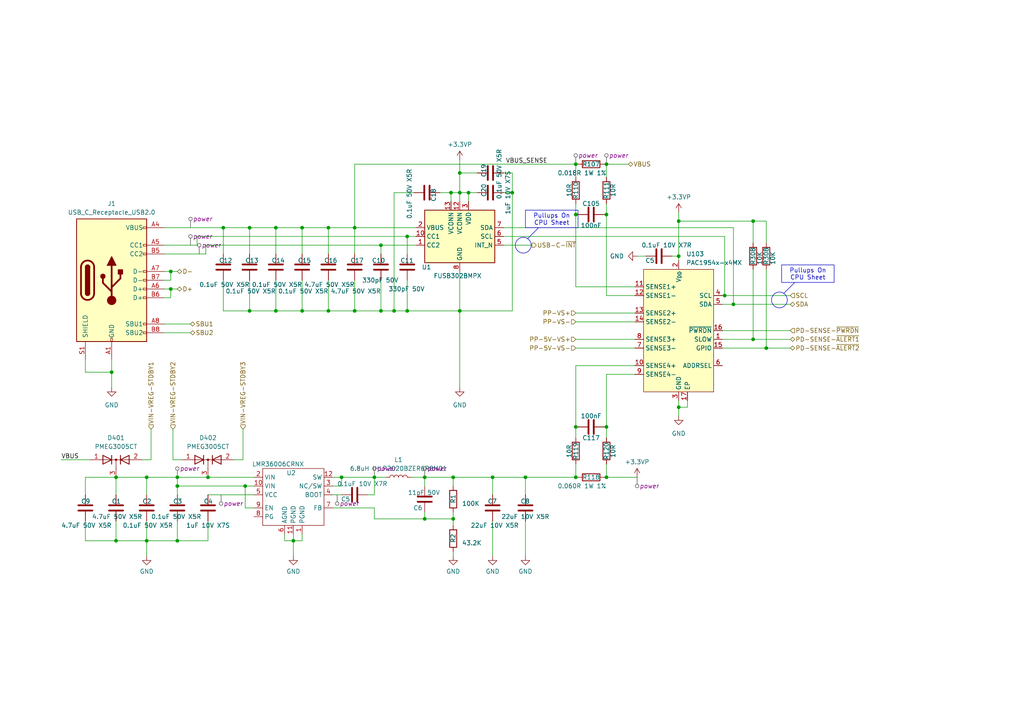
<source format=kicad_sch>
(kicad_sch (version 20230121) (generator eeschema)
  (paper "A4")
  (lib_symbols
    (symbol "Connector:USB_C_Receptacle_USB2.0" (pin_names (offset 1.016))
      (property "Reference" "J" (at -10.16 19.05 0))
      (property "Value" "USB_C_Receptacle_USB2.0" (at 19.05 19.05 0))
      (symbol "USB_C_Receptacle_USB2.0_0_0"
        (rectangle (start -0.254 -17.78) (end 0.254 -16.764))
        (rectangle (start 10.16 -14.986) (end 9.144 -15.494))
        (rectangle (start 10.16 -12.446) (end 9.144 -12.954))
        (rectangle (start 10.16 -4.826) (end 9.144 -5.334))
        (rectangle (start 10.16 -2.286) (end 9.144 -2.794))
        (rectangle (start 10.16 0.254) (end 9.144 -0.254))
        (rectangle (start 10.16 2.794) (end 9.144 2.286))
        (rectangle (start 10.16 7.874) (end 9.144 7.366))
        (rectangle (start 10.16 10.414) (end 9.144 9.906))
        (rectangle (start 10.16 15.494) (end 9.144 14.986))
      )
      (symbol "USB_C_Receptacle_USB2.0_0_1"
        (rectangle (start -10.16 17.78) (end 10.16 -17.78) (stroke (width 0.254)) (fill (type background)))
        (arc (start -8.89 -3.81) (mid -6.985 -5.7067) (end -5.08 -3.81) (stroke (width 0.508)))
        (arc (start -7.62 -3.81) (mid -6.985 -4.4423) (end -6.35 -3.81) (stroke (width 0.254)))
        (arc (start -7.62 -3.81) (mid -6.985 -4.4423) (end -6.35 -3.81) (stroke (width 0.254)) (fill (type outline)))
        (rectangle (start -7.62 -3.81) (end -6.35 3.81) (stroke (width 0.254)) (fill (type outline)))
        (arc (start -6.35 3.81) (mid -6.985 4.4423) (end -7.62 3.81) (stroke (width 0.254)))
        (arc (start -6.35 3.81) (mid -6.985 4.4423) (end -7.62 3.81) (stroke (width 0.254)) (fill (type outline)))
        (arc (start -5.08 3.81) (mid -6.985 5.7067) (end -8.89 3.81) (stroke (width 0.508)))
        (circle (center -2.54 1.143) (radius 0.635) (stroke (width 0.254)) (fill (type outline)))
        (circle (center 0 -5.842) (radius 1.27) (fill (type outline)))
        (polyline (pts (xy -8.89 -3.81) (xy -8.89 3.81)) (stroke (width 0.508)))
        (polyline (pts (xy -5.08 3.81) (xy -5.08 -3.81)) (stroke (width 0.508)))
        (polyline (pts (xy 0 -5.842) (xy 0 4.318)) (stroke (width 0.508)))
        (polyline (pts (xy 0 -3.302) (xy -2.54 -0.762) (xy -2.54 0.508)) (stroke (width 0.508)))
        (polyline (pts (xy 0 -2.032) (xy 2.54 0.508) (xy 2.54 1.778)) (stroke (width 0.508)))
        (polyline (pts (xy -1.27 4.318) (xy 0 6.858) (xy 1.27 4.318) (xy -1.27 4.318)) (stroke (width 0.254)) (fill (type outline)))
        (rectangle (start 1.905 1.778) (end 3.175 3.048) (stroke (width 0.254)) (fill (type outline)))
      )
      (symbol "USB_C_Receptacle_USB2.0_1_1"
        (pin passive line (at 0 -22.86 90) (length 5.08) (name "GND") (number "A1"))
        (pin passive line (at 0 -22.86 90) (length 5.08) hide (name "GND") (number "A12"))
        (pin passive line (at 15.24 15.24 180) (length 5.08) (name "VBUS") (number "A4"))
        (pin bidirectional line (at 15.24 10.16 180) (length 5.08) (name "CC1") (number "A5"))
        (pin bidirectional line (at 15.24 -2.54 180) (length 5.08) (name "D+") (number "A6"))
        (pin bidirectional line (at 15.24 2.54 180) (length 5.08) (name "D-") (number "A7"))
        (pin bidirectional line (at 15.24 -12.7 180) (length 5.08) (name "SBU1") (number "A8"))
        (pin passive line (at 15.24 15.24 180) (length 5.08) hide (name "VBUS") (number "A9"))
        (pin passive line (at 0 -22.86 90) (length 5.08) hide (name "GND") (number "B1"))
        (pin passive line (at 0 -22.86 90) (length 5.08) hide (name "GND") (number "B12"))
        (pin passive line (at 15.24 15.24 180) (length 5.08) hide (name "VBUS") (number "B4"))
        (pin bidirectional line (at 15.24 7.62 180) (length 5.08) (name "CC2") (number "B5"))
        (pin bidirectional line (at 15.24 -5.08 180) (length 5.08) (name "D+") (number "B6"))
        (pin bidirectional line (at 15.24 0 180) (length 5.08) (name "D-") (number "B7"))
        (pin bidirectional line (at 15.24 -15.24 180) (length 5.08) (name "SBU2") (number "B8"))
        (pin passive line (at 15.24 15.24 180) (length 5.08) hide (name "VBUS") (number "B9"))
        (pin passive line (at -7.62 -22.86 90) (length 5.08) (name "SHIELD") (number "S1"))
      )
    )
    (symbol "Device:C" (pin_numbers hide) (pin_names (offset 0.254))
      (property "Reference" "C" (at 0.635 2.54 0))
      (property "Value" "C" (at 0.635 -2.54 0))
      (symbol "C_0_1"
        (polyline (pts (xy -2.032 -0.762) (xy 2.032 -0.762)) (stroke (width 0.508)))
        (polyline (pts (xy -2.032 0.762) (xy 2.032 0.762)) (stroke (width 0.508)))
      )
      (symbol "C_1_1"
        (pin passive line (at 0 3.81 270) (length 2.794) (name "~") (number "1"))
        (pin passive line (at 0 -3.81 90) (length 2.794) (name "~") (number "2"))
      )
    )
    (symbol "Device:D_Dual_CommonCathode_AAK" (pin_names (offset 0.762) hide)
      (property "Reference" "D" (at 1.27 -2.54 0))
      (property "Value" "D_Dual_CommonCathode_AAK" (at 0 2.54 0))
      (symbol "D_Dual_CommonCathode_AAK_0_1"
        (polyline (pts (xy -3.81 0) (xy 3.81 0)))
        (polyline (pts (xy 0 0) (xy 0 -2.54)))
        (polyline (pts (xy -1.27 -1.27) (xy -1.27 1.27) (xy -1.27 1.27)) (stroke (width 0.254)))
        (polyline (pts (xy 1.27 -1.27) (xy 1.27 1.27) (xy 1.27 1.27)) (stroke (width 0.254)))
        (polyline (pts (xy -3.81 1.27) (xy -1.27 0) (xy -3.81 -1.27) (xy -3.81 1.27) (xy -3.81 1.27) (xy -3.81 1.27)) (stroke (width 0.254)))
        (polyline (pts (xy 3.81 -1.27) (xy 1.27 0) (xy 3.81 1.27) (xy 3.81 -1.27) (xy 3.81 -1.27) (xy 3.81 -1.27)) (stroke (width 0.254)))
        (circle (center 0 0) (radius 0.254) (fill (type outline)))
        (pin passive line (at -7.62 0 0) (length 3.81) (name "A") (number "1"))
        (pin passive line (at 7.62 0 180) (length 3.81) (name "A") (number "2"))
        (pin passive line (at 0 -5.08 90) (length 2.54) (name "K") (number "3"))
      )
    )
    (symbol "Device:L" (pin_numbers hide) (pin_names (offset 1.016) hide)
      (property "Reference" "L" (at -1.27 0 90))
      (property "Value" "L" (at 1.905 0 90))
      (symbol "L_0_1"
        (arc (start 0 -2.54) (mid 0.6323 -1.905) (end 0 -1.27))
        (arc (start 0 -1.27) (mid 0.6323 -0.635) (end 0 0))
        (arc (start 0 0) (mid 0.6323 0.635) (end 0 1.27))
        (arc (start 0 1.27) (mid 0.6323 1.905) (end 0 2.54))
      )
      (symbol "L_1_1"
        (pin passive line (at 0 3.81 270) (length 1.27) (name "1") (number "1"))
        (pin passive line (at 0 -3.81 90) (length 1.27) (name "2") (number "2"))
      )
    )
    (symbol "Device:R" (pin_numbers hide) (pin_names (offset 0))
      (property "Reference" "R" (at 2.032 0 90))
      (property "Value" "R" (at 0 0 90))
      (symbol "R_0_1"
        (rectangle (start -1.016 -2.54) (end 1.016 2.54) (stroke (width 0.254)))
      )
      (symbol "R_1_1"
        (pin passive line (at 0 3.81 270) (length 1.27) (name "~") (number "1"))
        (pin passive line (at 0 -3.81 90) (length 1.27) (name "~") (number "2"))
      )
    )
    (symbol "Interface_USB:FUSB302BMPX"
      (property "Reference" "U" (at -10.16 8.89 0))
      (property "Value" "FUSB302BMPX" (at 3.81 8.89 0))
      (symbol "FUSB302BMPX_0_1"
        (rectangle (start -10.16 7.62) (end 10.16 -7.62) (stroke (width 0.254)) (fill (type background)))
      )
      (symbol "FUSB302BMPX_1_1"
        (pin bidirectional line (at 12.7 -2.54 180) (length 2.54) (name "CC2") (number "1"))
        (pin bidirectional line (at 12.7 0 180) (length 2.54) (name "CC1") (number "10"))
        (pin bidirectional line (at 12.7 0 180) (length 2.54) hide (name "CC1") (number "11"))
        (pin power_in line (at 0 10.16 270) (length 2.54) (name "VCONN") (number "12"))
        (pin power_in line (at 2.54 10.16 270) (length 2.54) (name "VCONN") (number "13"))
        (pin bidirectional line (at 12.7 -2.54 180) (length 2.54) hide (name "CC2") (number "14"))
        (pin passive line (at 0 -10.16 90) (length 2.54) hide (name "GND") (number "15"))
        (pin input line (at 12.7 2.54 180) (length 2.54) (name "VBUS") (number "2"))
        (pin power_in line (at -2.54 10.16 270) (length 2.54) (name "VDD") (number "3"))
        (pin passive line (at -2.54 10.16 270) (length 2.54) hide (name "VDD") (number "4"))
        (pin open_collector line (at -12.7 -2.54 0) (length 2.54) (name "INT_N") (number "5"))
        (pin input line (at -12.7 0 0) (length 2.54) (name "SCL") (number "6"))
        (pin bidirectional line (at -12.7 2.54 0) (length 2.54) (name "SDA") (number "7"))
        (pin power_in line (at 0 -10.16 90) (length 2.54) (name "GND") (number "8"))
        (pin passive line (at 0 -10.16 90) (length 2.54) hide (name "GND") (number "9"))
      )
    )
    (symbol "Sensor_Energy:PAC1954x-x4MX"
      (property "Reference" "U" (at 7.62 22.86 0))
      (property "Value" "PAC1954x-x4MX" (at 7.62 20.32 0))
      (symbol "PAC1954x-x4MX_0_0"
        (pin input line (at 12.7 -2.54 180) (length 2.54) (name "SLOW") (number "1"))
        (pin input line (at -12.7 -10.16 0) (length 2.54) (name "SENSE4+") (number "10"))
        (pin input line (at -12.7 12.7 0) (length 2.54) (name "SENSE1+") (number "11"))
        (pin input line (at -12.7 10.16 0) (length 2.54) (name "SENSE1-") (number "12"))
        (pin input line (at -12.7 5.08 0) (length 2.54) (name "SENSE2+") (number "13"))
        (pin input line (at -12.7 2.54 0) (length 2.54) (name "SENSE2-") (number "14"))
        (pin bidirectional line (at 12.7 -5.08 180) (length 2.54) (name "GPIO") (number "15"))
        (pin input line (at 12.7 0 180) (length 2.54) (name "~{PWRDN}") (number "16"))
        (pin passive line (at 2.54 -20.32 90) (length 2.54) (name "EP") (number "17"))
        (pin power_in line (at 0 20.32 270) (length 2.54) (name "V_{DD}") (number "2"))
        (pin power_in line (at 0 -20.32 90) (length 2.54) (name "GND") (number "3"))
        (pin input line (at 12.7 10.16 180) (length 2.54) (name "SCL") (number "4"))
        (pin bidirectional line (at 12.7 7.62 180) (length 2.54) (name "SDA") (number "5"))
        (pin passive line (at 12.7 -10.16 180) (length 2.54) (name "ADDRSEL") (number "6"))
        (pin input line (at -12.7 -5.08 0) (length 2.54) (name "SENSE3-") (number "7"))
        (pin input line (at -12.7 -2.54 0) (length 2.54) (name "SENSE3+") (number "8"))
        (pin input line (at -12.7 -12.7 0) (length 2.54) (name "SENSE4-") (number "9"))
      )
      (symbol "PAC1954x-x4MX_0_1"
        (rectangle (start -10.16 17.78) (end 10.16 -17.78) (fill (type background)))
      )
    )
    (symbol "power:+3.3VP" (power) (pin_names (offset 0))
      (property "Value" "+3.3VP" (at 0 2.54 0))
      (symbol "+3.3VP_0_0"
        (pin power_in line (at 0 0 90) (length 0) hide (name "+3.3VP") (number "1"))
      )
      (symbol "+3.3VP_0_1"
        (polyline (pts (xy -0.762 1.27) (xy 0 2.54)))
        (polyline (pts (xy 0 0) (xy 0 2.54)))
        (polyline (pts (xy 0 2.54) (xy 0.762 1.27)))
      )
    )
    (symbol "power:GND" (power) (pin_names (offset 0))
      (property "Value" "GND" (at 0 -3.81 0))
      (symbol "GND_0_1"
        (polyline (pts (xy 0 0) (xy 0 -1.27) (xy 1.27 -1.27) (xy 0 -2.54) (xy -1.27 -1.27) (xy 0 -1.27)))
      )
      (symbol "GND_1_1"
        (pin power_in line (at 0 0 270) (length 0) hide (name "GND") (number "1"))
      )
    )
    (symbol "usb-c:LMR36006"
      (property "Reference" "U" (at 0 0 0))
      (symbol "LMR36006_0_1"
        (rectangle (start -8.89 7.62) (end 8.89 -8.89))
      )
      (symbol "LMR36006_1_1"
        (pin power_in line (at 2.54 -11.43 90) (length 2.54) (name "PGND") (number "1"))
        (pin power_in line (at -11.43 2.54 0) (length 2.54) (name "VIN") (number "10"))
        (pin power_in line (at 0 -11.43 90) (length 2.54) (name "PGND") (number "11"))
        (pin output line (at 11.43 5.08 180) (length 2.54) (name "SW") (number "12"))
        (pin power_in line (at -11.43 5.08 0) (length 2.54) (name "VIN") (number "2"))
        (pin unspecified line (at 11.43 2.54 180) (length 2.54) (name "NC/SW") (number "3"))
        (pin passive line (at 11.43 0 180) (length 2.54) (name "BOOT") (number "4"))
        (pin output line (at -11.43 0 0) (length 2.54) (name "VCC") (number "5"))
        (pin power_in line (at -2.54 -11.43 90) (length 2.54) (name "AGND") (number "6"))
        (pin input line (at 11.43 -3.81 180) (length 2.54) (name "FB") (number "7"))
        (pin open_collector line (at -11.43 -6.35 0) (length 2.54) (name "PG") (number "8"))
        (pin input line (at -11.43 -3.81 0) (length 2.54) (name "EN") (number "9"))
      )
    )
  )
  (junction (at 142.875 138.43))
  (junction (at 175.895 138.43))
  (junction (at 87.63 66.04))
  (junction (at 218.44 64.135))
  (junction (at 85.09 156.845))
  (junction (at 167.005 47.625))
  (junction (at 60.325 138.43))
  (junction (at 175.895 47.625))
  (junction (at 51.435 140.97))
  (junction (at 131.445 150.495))
  (junction (at 175.895 123.825))
  (junction (at 42.545 156.845))
  (junction (at 167.005 123.825))
  (junction (at 102.87 90.17))
  (junction (at 131.445 138.43))
  (junction (at 87.63 90.17))
  (junction (at 49.53 83.82))
  (junction (at 72.39 66.04))
  (junction (at 102.87 66.04))
  (junction (at 114.3 90.17))
  (junction (at 222.25 100.965))
  (junction (at 196.85 64.135))
  (junction (at 51.435 138.43))
  (junction (at 212.725 88.265))
  (junction (at 42.545 138.43))
  (junction (at 110.49 90.17))
  (junction (at 118.11 68.58))
  (junction (at 210.185 85.725))
  (junction (at 167.005 62.23))
  (junction (at 80.01 90.17))
  (junction (at 118.11 90.17))
  (junction (at 123.19 150.495))
  (junction (at 135.89 55.88))
  (junction (at 72.39 90.17))
  (junction (at 51.435 156.845))
  (junction (at 148.59 55.88))
  (junction (at 152.4 138.43))
  (junction (at 33.655 156.845))
  (junction (at 133.35 90.17))
  (junction (at 71.12 140.97))
  (junction (at 108.585 138.43))
  (junction (at 49.53 78.74))
  (junction (at 95.25 66.04))
  (junction (at 33.655 138.43))
  (junction (at 64.77 66.04))
  (junction (at 196.85 74.295))
  (junction (at 80.01 66.04))
  (junction (at 99.06 138.43))
  (junction (at 196.85 118.11))
  (junction (at 133.35 50.165))
  (junction (at 133.35 55.88))
  (junction (at 32.385 107.95))
  (junction (at 175.895 62.23))
  (junction (at 110.49 71.12))
  (junction (at 95.25 90.17))
  (junction (at 167.005 138.43))
  (junction (at 130.81 55.88))
  (junction (at 218.44 98.425))
  (junction (at 123.19 138.43))
  (wire (pts (xy 175.895 127) (xy 175.895 123.825)))
  (wire (pts (xy 175.895 59.055) (xy 175.895 62.23)))
  (wire (pts (xy 167.005 47.625) (xy 167.64 47.625)))
  (wire (pts (xy 43.815 133.35) (xy 41.275 133.35)))
  (wire (pts (xy 218.44 64.135) (xy 196.85 64.135)))
  (wire (pts (xy 133.35 46.355) (xy 133.35 50.165)))
  (wire (pts (xy 102.87 66.04) (xy 120.65 66.04)))
  (wire (pts (xy 42.545 138.43) (xy 33.655 138.43)))
  (wire (pts (xy 175.26 47.625) (xy 175.895 47.625)))
  (wire (pts (xy 210.185 68.58) (xy 210.185 85.725)))
  (wire (pts (xy 87.63 90.17) (xy 95.25 90.17)))
  (polyline (pts (xy 153.035 69.215) (xy 156.21 66.04)))
  (wire (pts (xy 167.005 100.965) (xy 184.15 100.965)))
  (wire (pts (xy 47.625 78.74) (xy 49.53 78.74)))
  (wire (pts (xy 82.55 156.845) (xy 85.09 156.845)))
  (wire (pts (xy 167.005 83.185) (xy 167.005 62.23)))
  (wire (pts (xy 64.77 90.17) (xy 72.39 90.17)))
  (polyline (pts (xy 227.33 85.09) (xy 230.505 81.915)))
  (wire (pts (xy 167.005 59.055) (xy 167.005 62.23)))
  (wire (pts (xy 218.44 70.485) (xy 218.44 64.135)))
  (wire (pts (xy 184.15 83.185) (xy 167.005 83.185)))
  (wire (pts (xy 222.25 78.105) (xy 222.25 100.965)))
  (wire (pts (xy 59.69 73.66) (xy 59.69 71.12)))
  (wire (pts (xy 47.625 66.04) (xy 64.77 66.04)))
  (wire (pts (xy 148.59 90.17) (xy 133.35 90.17)))
  (wire (pts (xy 51.435 140.97) (xy 71.12 140.97)))
  (wire (pts (xy 152.4 138.43) (xy 167.005 138.43)))
  (wire (pts (xy 106.68 143.51) (xy 108.585 143.51)))
  (wire (pts (xy 57.15 68.58) (xy 118.11 68.58)))
  (wire (pts (xy 209.55 100.965) (xy 222.25 100.965)))
  (wire (pts (xy 42.545 138.43) (xy 42.545 143.51)))
  (wire (pts (xy 130.81 55.88) (xy 133.35 55.88)))
  (wire (pts (xy 49.53 83.82) (xy 49.53 86.36)))
  (wire (pts (xy 146.05 71.12) (xy 154.305 71.12)))
  (wire (pts (xy 42.545 156.845) (xy 42.545 161.29)))
  (wire (pts (xy 80.01 90.17) (xy 87.63 90.17)))
  (wire (pts (xy 175.895 62.23) (xy 175.26 62.23)))
  (wire (pts (xy 102.87 90.17) (xy 110.49 90.17)))
  (wire (pts (xy 99.06 140.97) (xy 96.52 140.97)))
  (wire (pts (xy 95.25 66.04) (xy 95.25 73.66)))
  (wire (pts (xy 85.09 156.845) (xy 85.09 161.29)))
  (wire (pts (xy 167.005 106.045) (xy 167.005 123.825)))
  (wire (pts (xy 96.52 143.51) (xy 99.06 143.51)))
  (wire (pts (xy 222.25 100.965) (xy 229.235 100.965)))
  (wire (pts (xy 133.35 90.17) (xy 133.35 112.395)))
  (wire (pts (xy 24.765 151.13) (xy 24.765 156.845)))
  (wire (pts (xy 118.11 90.17) (xy 133.35 90.17)))
  (wire (pts (xy 60.325 156.845) (xy 51.435 156.845)))
  (wire (pts (xy 167.005 93.345) (xy 184.15 93.345)))
  (wire (pts (xy 209.55 95.885) (xy 229.235 95.885)))
  (wire (pts (xy 51.435 156.845) (xy 42.545 156.845)))
  (wire (pts (xy 47.625 71.12) (xy 57.15 71.12)))
  (wire (pts (xy 130.81 58.42) (xy 130.81 55.88)))
  (wire (pts (xy 196.85 118.11) (xy 196.85 120.65)))
  (wire (pts (xy 114.3 90.17) (xy 118.11 90.17)))
  (wire (pts (xy 131.445 148.59) (xy 131.445 150.495)))
  (wire (pts (xy 210.185 85.725) (xy 229.235 85.725)))
  (wire (pts (xy 218.44 98.425) (xy 229.235 98.425)))
  (wire (pts (xy 26.035 133.35) (xy 17.78 133.35)))
  (wire (pts (xy 142.875 151.13) (xy 142.875 161.29)))
  (wire (pts (xy 60.325 151.13) (xy 60.325 156.845)))
  (wire (pts (xy 218.44 78.105) (xy 218.44 98.425)))
  (wire (pts (xy 51.435 140.97) (xy 51.435 143.51)))
  (wire (pts (xy 102.87 47.625) (xy 167.005 47.625)))
  (wire (pts (xy 80.01 66.04) (xy 87.63 66.04)))
  (wire (pts (xy 196.85 118.11) (xy 199.39 118.11)))
  (wire (pts (xy 33.655 138.43) (xy 33.655 143.51)))
  (wire (pts (xy 167.005 98.425) (xy 184.15 98.425)))
  (wire (pts (xy 167.005 134.62) (xy 167.005 138.43)))
  (wire (pts (xy 133.35 50.165) (xy 138.43 50.165)))
  (wire (pts (xy 72.39 81.28) (xy 72.39 90.17)))
  (wire (pts (xy 47.625 73.66) (xy 59.69 73.66)))
  (wire (pts (xy 222.25 64.135) (xy 218.44 64.135)))
  (wire (pts (xy 50.165 124.46) (xy 50.165 133.35)))
  (wire (pts (xy 127.635 55.88) (xy 130.81 55.88)))
  (wire (pts (xy 87.63 66.04) (xy 87.63 73.66)))
  (wire (pts (xy 82.55 154.94) (xy 82.55 156.845)))
  (wire (pts (xy 123.19 138.43) (xy 131.445 138.43)))
  (wire (pts (xy 194.945 74.295) (xy 196.85 74.295)))
  (wire (pts (xy 72.39 90.17) (xy 80.01 90.17)))
  (wire (pts (xy 175.895 47.625) (xy 182.245 47.625)))
  (wire (pts (xy 196.85 61.595) (xy 196.85 64.135)))
  (wire (pts (xy 80.01 66.04) (xy 80.01 73.66)))
  (wire (pts (xy 175.895 47.625) (xy 175.895 51.435)))
  (wire (pts (xy 102.87 81.28) (xy 102.87 90.17)))
  (wire (pts (xy 175.895 134.62) (xy 175.895 138.43)))
  (wire (pts (xy 110.49 71.12) (xy 120.65 71.12)))
  (wire (pts (xy 118.11 81.28) (xy 118.11 90.17)))
  (wire (pts (xy 70.485 133.35) (xy 67.945 133.35)))
  (wire (pts (xy 142.875 143.51) (xy 142.875 138.43)))
  (wire (pts (xy 212.725 66.04) (xy 212.725 88.265)))
  (wire (pts (xy 51.435 151.13) (xy 51.435 156.845)))
  (wire (pts (xy 110.49 81.28) (xy 110.49 90.17)))
  (wire (pts (xy 43.815 124.46) (xy 43.815 133.35)))
  (wire (pts (xy 95.25 81.28) (xy 95.25 90.17)))
  (wire (pts (xy 123.19 150.495) (xy 131.445 150.495)))
  (wire (pts (xy 99.06 138.43) (xy 108.585 138.43)))
  (wire (pts (xy 64.77 81.28) (xy 64.77 90.17)))
  (wire (pts (xy 184.15 108.585) (xy 175.895 108.585)))
  (wire (pts (xy 60.325 138.43) (xy 51.435 138.43)))
  (wire (pts (xy 24.765 107.95) (xy 32.385 107.95)))
  (wire (pts (xy 95.25 66.04) (xy 102.87 66.04)))
  (wire (pts (xy 175.895 138.43) (xy 184.785 138.43)))
  (wire (pts (xy 64.77 66.04) (xy 64.77 73.66)))
  (wire (pts (xy 135.89 55.88) (xy 135.89 58.42)))
  (wire (pts (xy 108.585 138.43) (xy 108.585 143.51)))
  (wire (pts (xy 71.12 147.32) (xy 71.12 140.97)))
  (wire (pts (xy 42.545 151.13) (xy 42.545 156.845)))
  (wire (pts (xy 167.005 90.805) (xy 184.15 90.805)))
  (wire (pts (xy 57.15 71.12) (xy 57.15 68.58)))
  (wire (pts (xy 87.63 66.04) (xy 95.25 66.04)))
  (wire (pts (xy 152.4 143.51) (xy 152.4 138.43)))
  (wire (pts (xy 167.005 127) (xy 167.005 123.825)))
  (wire (pts (xy 47.625 96.52) (xy 55.245 96.52)))
  (wire (pts (xy 60.325 143.51) (xy 73.66 143.51)))
  (wire (pts (xy 110.49 90.17) (xy 114.3 90.17)))
  (wire (pts (xy 33.655 151.13) (xy 33.655 156.845)))
  (wire (pts (xy 80.01 81.28) (xy 80.01 90.17)))
  (wire (pts (xy 167.005 138.43) (xy 167.64 138.43)))
  (wire (pts (xy 72.39 66.04) (xy 80.01 66.04)))
  (wire (pts (xy 49.53 81.28) (xy 47.625 81.28)))
  (wire (pts (xy 32.385 107.95) (xy 32.385 112.395)))
  (wire (pts (xy 222.25 70.485) (xy 222.25 64.135)))
  (wire (pts (xy 108.585 147.32) (xy 108.585 150.495)))
  (wire (pts (xy 184.15 85.725) (xy 175.895 85.725)))
  (wire (pts (xy 133.35 50.165) (xy 133.35 55.88)))
  (wire (pts (xy 51.435 138.43) (xy 51.435 140.97)))
  (wire (pts (xy 49.53 78.74) (xy 49.53 81.28)))
  (wire (pts (xy 152.4 151.13) (xy 152.4 161.29)))
  (wire (pts (xy 123.19 138.43) (xy 119.38 138.43)))
  (wire (pts (xy 33.655 156.845) (xy 42.545 156.845)))
  (wire (pts (xy 175.895 85.725) (xy 175.895 62.23)))
  (wire (pts (xy 102.87 66.04) (xy 102.87 73.66)))
  (wire (pts (xy 133.35 55.88) (xy 133.35 58.42)))
  (wire (pts (xy 146.05 50.165) (xy 148.59 50.165)))
  (wire (pts (xy 146.05 55.88) (xy 148.59 55.88)))
  (wire (pts (xy 131.445 140.97) (xy 131.445 138.43)))
  (wire (pts (xy 114.3 55.88) (xy 114.3 90.17)))
  (wire (pts (xy 175.895 108.585) (xy 175.895 123.825)))
  (wire (pts (xy 212.725 88.265) (xy 229.235 88.265)))
  (wire (pts (xy 96.52 147.32) (xy 108.585 147.32)))
  (wire (pts (xy 146.05 66.04) (xy 212.725 66.04)))
  (wire (pts (xy 135.89 55.88) (xy 138.43 55.88)))
  (wire (pts (xy 99.06 138.43) (xy 99.06 140.97)))
  (wire (pts (xy 123.19 148.59) (xy 123.19 150.495)))
  (wire (pts (xy 209.55 85.725) (xy 210.185 85.725)))
  (wire (pts (xy 148.59 55.88) (xy 148.59 90.17)))
  (wire (pts (xy 64.77 66.04) (xy 72.39 66.04)))
  (wire (pts (xy 47.625 93.98) (xy 55.245 93.98)))
  (wire (pts (xy 146.05 68.58) (xy 210.185 68.58)))
  (wire (pts (xy 70.485 124.46) (xy 70.485 133.35)))
  (wire (pts (xy 87.63 156.845) (xy 85.09 156.845)))
  (wire (pts (xy 131.445 160.02) (xy 131.445 161.29)))
  (wire (pts (xy 209.55 88.265) (xy 212.725 88.265)))
  (wire (pts (xy 87.63 154.94) (xy 87.63 156.845)))
  (wire (pts (xy 102.87 66.04) (xy 102.87 47.625)))
  (wire (pts (xy 131.445 150.495) (xy 131.445 152.4)))
  (wire (pts (xy 50.165 133.35) (xy 52.705 133.35)))
  (wire (pts (xy 196.85 116.205) (xy 196.85 118.11)))
  (wire (pts (xy 51.435 138.43) (xy 42.545 138.43)))
  (wire (pts (xy 184.785 74.295) (xy 187.325 74.295)))
  (wire (pts (xy 108.585 138.43) (xy 111.76 138.43)))
  (wire (pts (xy 59.69 71.12) (xy 110.49 71.12)))
  (wire (pts (xy 175.895 123.825) (xy 175.26 123.825)))
  (wire (pts (xy 184.15 106.045) (xy 167.005 106.045)))
  (wire (pts (xy 133.35 55.88) (xy 135.89 55.88)))
  (wire (pts (xy 24.765 156.845) (xy 33.655 156.845)))
  (wire (pts (xy 85.09 154.94) (xy 85.09 156.845)))
  (wire (pts (xy 96.52 138.43) (xy 99.06 138.43)))
  (wire (pts (xy 73.66 147.32) (xy 71.12 147.32)))
  (wire (pts (xy 110.49 71.12) (xy 110.49 73.66)))
  (wire (pts (xy 47.625 83.82) (xy 49.53 83.82)))
  (wire (pts (xy 175.26 138.43) (xy 175.895 138.43)))
  (wire (pts (xy 196.85 64.135) (xy 196.85 74.295)))
  (wire (pts (xy 73.66 138.43) (xy 60.325 138.43)))
  (wire (pts (xy 49.53 78.74) (xy 51.435 78.74)))
  (wire (pts (xy 24.765 104.14) (xy 24.765 107.95)))
  (wire (pts (xy 32.385 104.14) (xy 32.385 107.95)))
  (wire (pts (xy 196.85 74.295) (xy 196.85 75.565)))
  (wire (pts (xy 24.765 143.51) (xy 24.765 138.43)))
  (wire (pts (xy 133.35 78.74) (xy 133.35 90.17)))
  (wire (pts (xy 142.875 138.43) (xy 131.445 138.43)))
  (wire (pts (xy 123.19 140.97) (xy 123.19 138.43)))
  (wire (pts (xy 199.39 118.11) (xy 199.39 116.205)))
  (wire (pts (xy 118.11 68.58) (xy 118.11 73.66)))
  (wire (pts (xy 87.63 81.28) (xy 87.63 90.17)))
  (wire (pts (xy 167.005 62.23) (xy 167.64 62.23)))
  (wire (pts (xy 71.12 140.97) (xy 73.66 140.97)))
  (wire (pts (xy 118.11 68.58) (xy 120.65 68.58)))
  (wire (pts (xy 152.4 138.43) (xy 142.875 138.43)))
  (wire (pts (xy 49.53 83.82) (xy 51.435 83.82)))
  (wire (pts (xy 24.765 138.43) (xy 33.655 138.43)))
  (wire (pts (xy 167.005 47.625) (xy 167.005 51.435)))
  (wire (pts (xy 167.005 123.825) (xy 167.64 123.825)))
  (wire (pts (xy 120.015 55.88) (xy 114.3 55.88)))
  (wire (pts (xy 47.625 86.36) (xy 49.53 86.36)))
  (wire (pts (xy 95.25 90.17) (xy 102.87 90.17)))
  (wire (pts (xy 209.55 98.425) (xy 218.44 98.425)))
  (wire (pts (xy 108.585 150.495) (xy 123.19 150.495)))
  (wire (pts (xy 72.39 66.04) (xy 72.39 73.66)))
  (wire (pts (xy 148.59 50.165) (xy 148.59 55.88)))
  (circle (center 226.06 86.995) (radius 2.2895))
  (circle (center 151.765 71.12) (radius 2.2895))
  (text_box "Pullups On CPU Sheet" (at 152.4 60.96 0) (size 15.24 5.08) (effects (font (size 1.27 1.27))))
  (text_box "Pullups On CPU Sheet" (at 226.695 76.835 0) (size 15.24 5.08) (effects (font (size 1.27 1.27))))
  (label "VBUS_SENSE" (at 146.685 47.625 0))
  (label "VBUS" (at 17.78 133.35 0))
  (hierarchical_label "PD-SENSE-~{ALERT2}" (shape bidirectional) (at 229.235 100.965 0))
  (hierarchical_label "D-" (shape bidirectional) (at 51.435 78.74 0))
  (hierarchical_label "VBUS" (shape bidirectional) (at 182.245 47.625 0))
  (hierarchical_label "D+" (shape bidirectional) (at 51.435 83.82 0))
  (hierarchical_label "SBU2" (shape bidirectional) (at 55.245 96.52 0))
  (hierarchical_label "USB-C-~{INT}" (shape output) (at 154.305 71.12 0))
  (hierarchical_label "SDA" (shape bidirectional) (at 229.235 88.265 0))
  (hierarchical_label "PD-SENSE-~{ALERT1}" (shape bidirectional) (at 229.235 98.425 0))
  (hierarchical_label "VIN-VREG-STDBY1" (shape input) (at 43.815 124.46 90))
  (hierarchical_label "VIN-VREG-STDBY2" (shape input) (at 50.165 124.46 90))
  (hierarchical_label "SBU1" (shape bidirectional) (at 55.245 93.98 0))
  (hierarchical_label "PD-SENSE-~{PWRDN}" (shape input) (at 229.235 95.885 0))
  (hierarchical_label "VIN-VREG-STDBY3" (shape input) (at 70.485 124.46 90))
  (hierarchical_label "PP-5V-VS+" (shape input) (at 167.005 98.425 180))
  (hierarchical_label "PP-VS+" (shape input) (at 167.005 90.805 180))
  (hierarchical_label "SCL" (shape input) (at 229.235 85.725 0))
  (hierarchical_label "PP-5V-VS-" (shape input) (at 167.005 100.965 180))
  (hierarchical_label "PP-VS-" (shape input) (at 167.005 93.345 180))
  (netclass_flag "" (length 2.54) (shape round) (at 108.585 138.43 0) (property "Netclass" "power" (at 109.2835 135.89 0) (effects (font italic) (justify left))))
  (netclass_flag "" (length 2.54) (shape round) (at 167.005 47.625 0) (property "Netclass" "power" (at 167.7035 45.085 0) (effects (font italic) (justify left))))
  (netclass_flag "" (length 2.54) (shape round) (at 55.245 66.04 0) (property "Netclass" "power" (at 55.9435 63.5 0) (effects (font italic) (justify left))))
  (netclass_flag "" (length 2.54) (shape round) (at 55.245 71.12 0) (property "Netclass" "power" (at 55.9435 68.58 0) (effects (font italic) (justify left))))
  (netclass_flag "" (length 2.54) (shape round) (at 51.435 138.43 0) (property "Netclass" "power" (at 52.1335 135.89 0) (effects (font italic) (justify left))))
  (netclass_flag "" (length 2.54) (shape round) (at 64.135 143.51 180) (property "Netclass" "power" (at 64.8335 146.05 0) (effects (font italic) (justify left))))
  (netclass_flag "" (length 2.54) (shape round) (at 97.79 143.51 180) (property "Netclass" "power" (at 98.4885 146.05 0) (effects (font italic) (justify left))))
  (netclass_flag "" (length 2.54) (shape round) (at 123.19 138.43 0) (property "Netclass" "power" (at 123.8885 135.89 0) (effects (font italic) (justify left))))
  (netclass_flag "" (length 2.54) (shape round) (at 57.785 73.66 0) (property "Netclass" "power" (at 58.4835 71.12 0) (effects (font italic) (justify left))))
  (netclass_flag "" (length 2.54) (shape round) (at 184.785 138.43 180) (property "Netclass" "power" (at 185.4835 140.97 0) (effects (font italic) (justify left))))
  (netclass_flag "" (length 2.54) (shape round) (at 175.895 47.625 0) (property "Netclass" "power" (at 176.5935 45.085 0) (effects (font italic) (justify left))))
  (symbol (lib_id "Device:C") (at 123.19 144.78 180) (unit 1)
    (property "Reference" "C6" (at 122.555 147.32 0) (effects (justify left)))
    (property "Value" "11pF 50V" (at 127.635 142.875 0) (effects (justify left)))
    (property "Footprint" "Capacitor_SMD:C_0402_1005Metric" (effects hide))
    (instances (project "USB-C-FUSB302-PI" (path "" (reference "C6") (unit 1))) (project "USB-C-SWITCH" (path "" (reference "C416") (unit 1))))
  )
  (symbol (lib_id "power:GND") (at 152.4 161.29 0) (unit 1)
    (property "Reference" "#PWR09" (effects hide))
    (property "Value" "GND" (at 152.4 165.735 0))
    (instances (project "USB-C-FUSB302-PI" (path "" (reference "#PWR09") (unit 1))) (project "USB-C-SWITCH" (path "" (reference "#PWR0412") (unit 1))))
  )
  (symbol (lib_id "Device:R") (at 167.005 55.245 0) (unit 1)
    (property "Reference" "R110" (at 167.005 57.785 90) (effects (justify left)))
    (property "Value" "10R" (at 165.1 57.15 90) (effects (justify left)))
    (property "Footprint" "Resistor_SMD:R_0402_1005Metric" (effects hide))
    (instances (project "USB-C-SWITCH" (path "" (reference "R110") (unit 1)) (path "" (reference "R208") (unit 1)) (path "" (reference "R304") (unit 1)) (path "" (reference "R402") (unit 1))))
  )
  (symbol (lib_id "Device:C") (at 24.765 147.32 0) (unit 1)
    (property "Reference" "C9" (at 23.495 145.415 0) (effects (justify left)))
    (property "Value" "4.7uF 50V X5R" (at 17.78 152.4 0) (effects (justify left)))
    (property "Footprint" "Capacitor_SMD:C_0805_2012Metric" (effects hide))
    (instances (project "USB-C-FUSB302-PI" (path "" (reference "C9") (unit 1))) (project "USB-C-SWITCH" (path "" (reference "C417") (unit 1))))
  )
  (symbol (lib_id "Device:R") (at 175.895 55.245 0) (unit 1)
    (property "Reference" "R111" (at 175.895 57.785 90) (effects (justify left)))
    (property "Value" "10R" (at 177.8 57.15 90) (effects (justify left)))
    (property "Footprint" "Resistor_SMD:R_0402_1005Metric" (effects hide))
    (instances (project "USB-C-SWITCH" (path "" (reference "R111") (unit 1)) (path "" (reference "R209") (unit 1)) (path "" (reference "R305") (unit 1)) (path "" (reference "R403") (unit 1))))
  )
  (symbol (lib_id "Device:C") (at 142.24 55.88 90) (unit 1)
    (property "Reference" "C20" (at 140.335 57.15 0) (effects (justify left)))
    (property "Value" "1uF 10V X7S" (at 147.32 62.23 0) (effects (justify left)))
    (property "Footprint" "Capacitor_SMD:C_0402_1005Metric" (effects hide))
    (instances (project "USB-C-FUSB302-PI" (path "" (reference "C20") (unit 1))) (project "USB-C-SWITCH" (path "" (reference "C403") (unit 1))))
  )
  (symbol (lib_id "Device:C") (at 95.25 77.47 0) (unit 1)
    (property "Reference" "C16" (at 93.98 75.565 0) (effects (justify left)))
    (property "Value" "4.7uF 50V X5R" (at 88.265 82.55 0) (effects (justify left)))
    (property "Footprint" "Capacitor_SMD:C_0805_2012Metric" (effects hide))
    (instances (project "USB-C-FUSB302-PI" (path "" (reference "C16") (unit 1))) (project "USB-C-SWITCH" (path "" (reference "C410") (unit 1))))
  )
  (symbol (lib_id "Device:C") (at 102.87 77.47 0) (unit 1)
    (property "Reference" "C17" (at 101.6 75.565 0) (effects (justify left)))
    (property "Value" "4.7uF 50V X5R" (at 95.885 84.455 0) (effects (justify left)))
    (property "Footprint" "Capacitor_SMD:C_0805_2012Metric" (effects hide))
    (instances (project "USB-C-FUSB302-PI" (path "" (reference "C17") (unit 1))) (project "USB-C-SWITCH" (path "" (reference "C411") (unit 1))))
  )
  (symbol (lib_id "Device:R") (at 171.45 47.625 90) (unit 1)
    (property "Reference" "R107" (at 173.99 47.625 90) (effects (justify left)))
    (property "Value" "0.018R 1W 1%" (at 175.895 50.165 90) (effects (justify left)))
    (property "Footprint" "Resistor_SMD:R_1210_3225Metric" (effects hide))
    (instances (project "USB-C-SWITCH" (path "" (reference "R107") (unit 1)) (path "" (reference "R207") (unit 1)) (path "" (reference "R301") (unit 1)) (path "" (reference "R401") (unit 1))))
  )
  (symbol (lib_id "Device:R") (at 131.445 144.78 0) (unit 1)
    (property "Reference" "R1" (at 131.445 146.05 90) (effects (justify left)))
    (property "Value" "100K" (at 133.985 146.05 0) (effects (justify left)))
    (property "Footprint" "Resistor_SMD:R_0402_1005Metric" (effects hide))
    (instances (project "USB-C-FUSB302-PI" (path "" (reference "R1") (unit 1))) (project "USB-C-SWITCH" (path "" (reference "R409") (unit 1))))
  )
  (symbol (lib_id "Device:C") (at 171.45 62.23 90) (unit 1)
    (property "Reference" "C105" (at 171.45 59.055 90))
    (property "Value" "100nF" (at 171.45 65.405 90))
    (property "Footprint" "Capacitor_SMD:C_0402_1005Metric" (effects hide))
    (instances (project "USB-C-SWITCH" (path "" (reference "C105") (unit 1)) (path "" (reference "C204") (unit 1)) (path "" (reference "C303") (unit 1)) (path "" (reference "C404") (unit 1))))
  )
  (symbol (lib_id "power:+3.3VP") (at 133.35 46.355 0) (unit 1)
    (property "Reference" "#PWR0401" (effects hide))
    (property "Value" "+3.3VP" (at 133.35 41.91 0))
  )
  (symbol (lib_id "power:+3.3VP") (at 196.85 61.595 0) (unit 1)
    (property "Reference" "#PWR0402" (effects hide))
    (property "Value" "+3.3VP" (at 196.85 57.15 0))
  )
  (symbol (lib_id "Device:C") (at 123.825 55.88 270) (unit 1)
    (property "Reference" "C18" (at 125.73 54.61 0) (effects (justify left)))
    (property "Value" "0.1uF 50V X5R" (at 118.745 48.895 0) (effects (justify left)))
    (property "Footprint" "Capacitor_SMD:C_0402_1005Metric" (effects hide))
    (instances (project "USB-C-FUSB302-PI" (path "" (reference "C18") (unit 1))) (project "USB-C-SWITCH" (path "" (reference "C402") (unit 1))))
  )
  (symbol (lib_id "power:GND") (at 142.875 161.29 0) (unit 1)
    (property "Reference" "#PWR07" (effects hide))
    (property "Value" "GND" (at 142.875 165.735 0))
    (instances (project "USB-C-FUSB302-PI" (path "" (reference "#PWR07") (unit 1))) (project "USB-C-SWITCH" (path "" (reference "#PWR0411") (unit 1))))
  )
  (symbol (lib_id "Device:C") (at 80.01 77.47 0) (unit 1)
    (property "Reference" "C14" (at 78.74 75.565 0) (effects (justify left)))
    (property "Value" "0.1uF 50V X5R" (at 73.025 82.55 0) (effects (justify left)))
    (property "Footprint" "Capacitor_SMD:C_0402_1005Metric" (effects hide))
    (instances (project "USB-C-FUSB302-PI" (path "" (reference "C14") (unit 1))) (project "USB-C-SWITCH" (path "" (reference "C408") (unit 1))))
  )
  (symbol (lib_id "Device:R") (at 131.445 156.21 0) (unit 1)
    (property "Reference" "R2" (at 131.445 157.48 90) (effects (justify left)))
    (property "Value" "43.2K" (at 133.985 157.48 0) (effects (justify left)))
    (property "Footprint" "Resistor_SMD:R_0402_1005Metric" (effects hide))
    (instances (project "USB-C-FUSB302-PI" (path "" (reference "R2") (unit 1))) (project "USB-C-SWITCH" (path "" (reference "R410") (unit 1))))
  )
  (symbol (lib_id "Sensor_Energy:PAC1954x-x4MX") (at 196.85 95.885 0) (unit 1)
    (property "Reference" "U103" (at 199.0441 73.66 0) (effects (justify left)))
    (property "Value" "PAC1954x-x4MX" (at 199.0441 76.2 0) (effects (justify left)))
    (property "Footprint" "Package_DFN_QFN:VQFN-16-1EP_3x3mm_P0.5mm_EP1.1x1.1mm" (effects hide))
    (property "Datasheet" "https://ww1.microchip.com/downloads/en/DeviceDoc/PAC195X-Data-Sheet-20006539.pdf" (effects hide))
    (instances (project "USB-C-SWITCH" (path "" (reference "U103") (unit 1)) (path "" (reference "U203") (unit 1)) (path "" (reference "U402") (unit 1))))
  )
  (symbol (lib_id "power:GND") (at 196.85 120.65 0) (unit 1)
    (property "Reference" "#PWR0117" (effects hide))
    (property "Value" "GND" (at 196.85 125.73 0))
    (instances (project "USB-C-SWITCH" (path "" (reference "#PWR0117") (unit 1)) (path "" (reference "#PWR0214") (unit 1)) (path "" (reference "#PWR0406") (unit 1))))
  )
  (symbol (lib_id "Device:C") (at 142.875 147.32 180) (unit 1)
    (property "Reference" "C7" (at 144.145 145.415 0) (effects (justify left)))
    (property "Value" "22uF 10V X5R" (at 150.495 152.4 0) (effects (justify left)))
    (property "Footprint" "Capacitor_SMD:C_0805_2012Metric" (effects hide))
    (instances (project "USB-C-FUSB302-PI" (path "" (reference "C7") (unit 1))) (project "USB-C-SWITCH" (path "" (reference "C422") (unit 1))))
  )
  (symbol (lib_id "Interface_USB:FUSB302BMPX") (at 133.35 68.58 0) (mirror y) (unit 1)
    (property "Reference" "U1" (at 125.095 77.47 0) (effects (justify left)))
    (property "Value" "FUSB302BMPX" (at 139.7 80.01 0) (effects (justify left)))
    (property "Footprint" "Package_DFN_QFN:WQFN-14-1EP_2.5x2.5mm_P0.5mm_EP1.45x1.45mm" (effects hide))
    (property "Datasheet" "http://www.onsemi.com/pub/Collateral/FUSB302B-D.PDF" (effects hide))
    (instances (project "USB-C-FUSB302-PI" (path "" (reference "U1") (unit 1))) (project "USB-C-SWITCH" (path "" (reference "U401") (unit 1))))
  )
  (symbol (lib_id "Device:C") (at 64.77 77.47 0) (unit 1)
    (property "Reference" "C12" (at 63.5 75.565 0) (effects (justify left)))
    (property "Value" "0.1uF 50V X5R" (at 57.785 82.55 0) (effects (justify left)))
    (property "Footprint" "Capacitor_SMD:C_0402_1005Metric" (effects hide))
    (instances (project "USB-C-FUSB302-PI" (path "" (reference "C12") (unit 1))) (project "USB-C-SWITCH" (path "" (reference "C406") (unit 1))))
  )
  (symbol (lib_id "Device:C") (at 51.435 147.32 0) (unit 1)
    (property "Reference" "C3" (at 50.165 145.415 0) (effects (justify left)))
    (property "Value" "0.1uF 50V X5R" (at 43.815 149.86 0) (effects (justify left)))
    (property "Footprint" "Capacitor_SMD:C_0402_1005Metric" (effects hide))
    (instances (project "USB-C-FUSB302-PI" (path "" (reference "C3") (unit 1))) (project "USB-C-SWITCH" (path "" (reference "C420") (unit 1))))
  )
  (symbol (lib_id "Device:C") (at 152.4 147.32 180) (unit 1)
    (property "Reference" "C8" (at 153.67 145.415 0) (effects (justify left)))
    (property "Value" "22uF 10V X5R" (at 159.385 149.86 0) (effects (justify left)))
    (property "Footprint" "Capacitor_SMD:C_0805_2012Metric" (effects hide))
    (instances (project "USB-C-FUSB302-PI" (path "" (reference "C8") (unit 1))) (project "USB-C-SWITCH" (path "" (reference "C423") (unit 1))))
  )
  (symbol (lib_id "power:GND") (at 131.445 161.29 0) (unit 1)
    (property "Reference" "#PWR06" (effects hide))
    (property "Value" "GND" (at 131.445 165.735 0))
    (instances (project "USB-C-FUSB302-PI" (path "" (reference "#PWR06") (unit 1))) (project "USB-C-SWITCH" (path "" (reference "#PWR0410") (unit 1))))
  )
  (symbol (lib_id "Device:R") (at 175.895 130.81 0) (mirror x) (unit 1)
    (property "Reference" "R120" (at 175.895 128.27 90) (effects (justify left)))
    (property "Value" "10R" (at 177.8 128.905 90) (effects (justify left)))
    (property "Footprint" "Resistor_SMD:R_0402_1005Metric" (effects hide))
    (instances (project "USB-C-SWITCH" (path "" (reference "R120") (unit 1)) (path "" (reference "R219") (unit 1)) (path "" (reference "R407") (unit 1))))
  )
  (symbol (lib_id "power:GND") (at 133.35 112.395 0) (unit 1)
    (property "Reference" "#PWR03" (effects hide))
    (property "Value" "GND" (at 133.35 117.475 0))
    (instances (project "USB-C-FUSB302-PI" (path "" (reference "#PWR03") (unit 1))) (project "USB-C-SWITCH" (path "" (reference "#PWR0405") (unit 1))))
  )
  (symbol (lib_id "Device:C") (at 72.39 77.47 0) (unit 1)
    (property "Reference" "C13" (at 71.12 75.565 0) (effects (justify left)))
    (property "Value" "0.1uF 50V X5R" (at 65.405 84.455 0) (effects (justify left)))
    (property "Footprint" "Capacitor_SMD:C_0402_1005Metric" (effects hide))
    (instances (project "USB-C-FUSB302-PI" (path "" (reference "C13") (unit 1))) (project "USB-C-SWITCH" (path "" (reference "C407") (unit 1))))
  )
  (symbol (lib_id "Device:C") (at 110.49 77.47 180) (unit 1)
    (property "Reference" "C10" (at 111.76 75.565 0) (effects (justify left)))
    (property "Value" "330pF 50V" (at 115.57 81.28 0) (effects (justify left)))
    (property "Footprint" "Capacitor_SMD:C_0402_1005Metric" (effects hide))
    (instances (project "USB-C-FUSB302-PI" (path "" (reference "C10") (unit 1))) (project "USB-C-SWITCH" (path "" (reference "C412") (unit 1))))
  )
  (symbol (lib_id "power:GND") (at 42.545 161.29 0) (unit 1)
    (property "Reference" "#PWR01" (effects hide))
    (property "Value" "GND" (at 42.545 165.735 0))
    (instances (project "USB-C-FUSB302-PI" (path "" (reference "#PWR01") (unit 1))) (project "USB-C-SWITCH" (path "" (reference "#PWR0408") (unit 1))))
  )
  (symbol (lib_id "Device:C") (at 171.45 123.825 90) (mirror x) (unit 1)
    (property "Reference" "C117" (at 171.45 127 90))
    (property "Value" "100nF" (at 171.45 120.65 90))
    (property "Footprint" "Capacitor_SMD:C_0402_1005Metric" (effects hide))
    (instances (project "USB-C-SWITCH" (path "" (reference "C117") (unit 1)) (path "" (reference "C218") (unit 1)) (path "" (reference "C414") (unit 1))))
  )
  (symbol (lib_id "Connector:USB_C_Receptacle_USB2.0") (at 32.385 81.28 0) (unit 1)
    (property "Reference" "J1" (at 32.385 59.055 0))
    (property "Value" "USB_C_Receptacle_USB2.0" (at 32.385 61.595 0))
    (property "Footprint" "Connector_USB:USB_C_Receptacle_GCT_USB4105-xx-A_16P_TopMnt_Horizontal" (effects hide))
    (property "Datasheet" "https://www.usb.org/sites/default/files/documents/usb_type-c.zip" (effects hide))
    (instances (project "USB-C-FUSB302-PI" (path "" (reference "J1") (unit 1))) (project "USB-C-SWITCH" (path "" (reference "J401") (unit 1))))
  )
  (symbol (lib_id "Device:D_Dual_CommonCathode_AAK") (at 33.655 133.35 0) (unit 1)
    (property "Reference" "D401" (at 33.655 127 0))
    (property "Value" "PMEG3005CT" (at 33.655 129.54 0))
    (property "Footprint" "Package_TO_SOT_SMD:SOT-23" (effects hide))
  )
  (symbol (lib_id "Device:C") (at 142.24 50.165 90) (unit 1)
    (property "Reference" "C19" (at 140.335 51.435 0) (effects (justify left)))
    (property "Value" "0.1uF 50V X5R" (at 144.78 57.785 0) (effects (justify left)))
    (property "Footprint" "Capacitor_SMD:C_0402_1005Metric" (effects hide))
    (instances (project "USB-C-FUSB302-PI" (path "" (reference "C19") (unit 1))) (project "USB-C-SWITCH" (path "" (reference "C401") (unit 1))))
  )
  (symbol (lib_id "power:GND") (at 32.385 112.395 0) (unit 1)
    (property "Reference" "#PWR04" (effects hide))
    (property "Value" "GND" (at 32.385 117.475 0))
    (instances (project "USB-C-FUSB302-PI" (path "" (reference "#PWR04") (unit 1))) (project "USB-C-SWITCH" (path "" (reference "#PWR0404") (unit 1))))
  )
  (symbol (lib_id "Device:C") (at 87.63 77.47 0) (unit 1)
    (property "Reference" "C15" (at 86.36 75.565 0) (effects (justify left)))
    (property "Value" "0.1uF 50V X5R" (at 80.645 84.455 0) (effects (justify left)))
    (property "Footprint" "Capacitor_SMD:C_0402_1005Metric" (effects hide))
    (instances (project "USB-C-FUSB302-PI" (path "" (reference "C15") (unit 1))) (project "USB-C-SWITCH" (path "" (reference "C409") (unit 1))))
  )
  (symbol (lib_id "Device:L") (at 115.57 138.43 90) (unit 1)
    (property "Reference" "L1" (at 115.57 133.35 90))
    (property "Value" "6.8uH IHLP2020BZER6R8M01" (at 115.57 135.89 90))
    (property "Footprint" "Inductor_SMD:L_Vishay_IHLP-2020" (effects hide))
    (property "MPN" "74405042100" (effects hide))
    (instances (project "USB-C-FUSB302-PI" (path "" (reference "L1") (unit 1))) (project "USB-C-SWITCH" (path "" (reference "L401") (unit 1))))
  )
  (symbol (lib_id "Device:D_Dual_CommonCathode_AAK") (at 60.325 133.35 0) (unit 1)
    (property "Reference" "D402" (at 60.325 127 0))
    (property "Value" "PMEG3005CT" (at 60.325 129.54 0))
    (property "Footprint" "Package_TO_SOT_SMD:SOT-23" (effects hide))
  )
  (symbol (lib_id "Device:C") (at 102.87 143.51 90) (unit 1)
    (property "Reference" "C5" (at 101.6 144.78 90) (effects (justify left)))
    (property "Value" "0.1uF 10V X7R" (at 112.395 140.335 90) (effects (justify left)))
    (property "Footprint" "Capacitor_SMD:C_0402_1005Metric" (effects hide))
    (instances (project "USB-C-FUSB302-PI" (path "" (reference "C5") (unit 1))) (project "USB-C-SWITCH" (path "" (reference "C415") (unit 1))))
  )
  (symbol (lib_id "power:+3.3VP") (at 184.785 138.43 0) (unit 1)
    (property "Reference" "#PWR0407" (effects hide))
    (property "Value" "+3.3VP" (at 184.785 133.985 0))
  )
  (symbol (lib_id "Device:C") (at 191.135 74.295 90) (unit 1)
    (property "Reference" "C5" (at 189.865 75.565 90) (effects (justify left)))
    (property "Value" "0.1uF 10V X7R" (at 200.66 71.12 90) (effects (justify left)))
    (property "Footprint" "Capacitor_SMD:C_0402_1005Metric" (effects hide))
    (instances (project "USB-C-FUSB302-PI" (path "" (reference "C5") (unit 1))) (project "USB-C-SWITCH" (path "" (reference "C118") (unit 1)) (path "" (reference "C208") (unit 1)) (path "" (reference "C405") (unit 1))))
  )
  (symbol (lib_id "Device:C") (at 42.545 147.32 0) (unit 1)
    (property "Reference" "C2" (at 41.275 145.415 0) (effects (justify left)))
    (property "Value" "0.1uF 50V X5R" (at 35.56 152.4 0) (effects (justify left)))
    (property "Footprint" "Capacitor_SMD:C_0402_1005Metric" (effects hide))
    (instances (project "USB-C-FUSB302-PI" (path "" (reference "C2") (unit 1))) (project "USB-C-SWITCH" (path "" (reference "C419") (unit 1))))
  )
  (symbol (lib_id "Device:R") (at 167.005 130.81 0) (mirror x) (unit 1)
    (property "Reference" "R119" (at 167.005 128.27 90) (effects (justify left)))
    (property "Value" "10R" (at 165.1 128.905 90) (effects (justify left)))
    (property "Footprint" "Resistor_SMD:R_0402_1005Metric" (effects hide))
    (instances (project "USB-C-SWITCH" (path "" (reference "R119") (unit 1)) (path "" (reference "R218") (unit 1)) (path "" (reference "R406") (unit 1))))
  )
  (symbol (lib_id "Device:C") (at 33.655 147.32 0) (unit 1)
    (property "Reference" "C1" (at 32.385 145.415 0) (effects (justify left)))
    (property "Value" "4.7uF 50V X5R" (at 26.67 149.86 0) (effects (justify left)))
    (property "Footprint" "Capacitor_SMD:C_0805_2012Metric" (effects hide))
    (instances (project "USB-C-FUSB302-PI" (path "" (reference "C1") (unit 1))) (project "USB-C-SWITCH" (path "" (reference "C418") (unit 1))))
  )
  (symbol (lib_id "Device:R") (at 218.44 74.295 0) (unit 1)
    (property "Reference" "R308" (at 218.44 76.835 90) (effects (justify left)))
    (property "Value" "10K" (at 220.345 76.835 90) (effects (justify left)))
    (property "Footprint" "Resistor_SMD:R_0201_0603Metric" (effects hide))
    (instances (project "USB-C-FUSB302-PI" (path "" (reference "R308") (unit 1))) (project "USB-C-SWITCH" (path "" (reference "R308") (unit 1)) (path "" (reference "R404") (unit 1))) (project "usb-c-rp2040" (path "" (reference "R3") (unit 1)) (path "" (reference "R24") (unit 1))))
  )
  (symbol (lib_id "Device:R") (at 222.25 74.295 0) (unit 1)
    (property "Reference" "R308" (at 222.25 76.835 90) (effects (justify left)))
    (property "Value" "10K" (at 224.155 76.835 90) (effects (justify left)))
    (property "Footprint" "Resistor_SMD:R_0201_0603Metric" (effects hide))
    (instances (project "USB-C-FUSB302-PI" (path "" (reference "R308") (unit 1))) (project "USB-C-SWITCH" (path "" (reference "R308") (unit 1)) (path "" (reference "R405") (unit 1))) (project "usb-c-rp2040" (path "" (reference "R3") (unit 1)) (path "" (reference "R24") (unit 1))))
  )
  (symbol (lib_id "power:GND") (at 184.785 74.295 270) (unit 1)
    (property "Reference" "#PWR0116" (effects hide))
    (property "Value" "GND" (at 180.975 74.295 90) (effects (justify right)))
    (instances (project "USB-C-SWITCH" (path "" (reference "#PWR0116") (unit 1)) (path "" (reference "#PWR0208") (unit 1)) (path "" (reference "#PWR0403") (unit 1))))
  )
  (symbol (lib_id "Device:C") (at 60.325 147.32 0) (unit 1)
    (property "Reference" "C4" (at 59.055 145.415 0) (effects (justify left)))
    (property "Value" "1uF 10V X7S" (at 53.975 152.4 0) (effects (justify left)))
    (property "Footprint" "Capacitor_SMD:C_0402_1005Metric" (effects hide))
    (instances (project "USB-C-FUSB302-PI" (path "" (reference "C4") (unit 1))) (project "USB-C-SWITCH" (path "" (reference "C421") (unit 1))))
  )
  (symbol (lib_id "power:GND") (at 85.09 161.29 0) (unit 1)
    (property "Reference" "#PWR02" (effects hide))
    (property "Value" "GND" (at 85.09 165.735 0))
    (instances (project "USB-C-FUSB302-PI" (path "" (reference "#PWR02") (unit 1))) (project "USB-C-SWITCH" (path "" (reference "#PWR0409") (unit 1))))
  )
  (symbol (lib_id "Device:R") (at 171.45 138.43 90) (unit 1)
    (property "Reference" "R118" (at 173.99 138.43 90) (effects (justify left)))
    (property "Value" "0.060R 1W 1%" (at 175.895 140.97 90) (effects (justify left)))
    (property "Footprint" "Resistor_SMD:R_1206_3216Metric" (effects hide))
    (instances (project "USB-C-SWITCH" (path "" (reference "R118") (unit 1)) (path "" (reference "R216") (unit 1)) (path "" (reference "R408") (unit 1))))
  )
  (symbol (lib_id "Device:C") (at 118.11 77.47 180) (unit 1)
    (property "Reference" "C11" (at 120.015 75.565 0) (effects (justify left)))
    (property "Value" "330pF 50V" (at 123.19 83.82 0) (effects (justify left)))
    (property "Footprint" "Capacitor_SMD:C_0402_1005Metric" (effects hide))
    (instances (project "USB-C-FUSB302-PI" (path "" (reference "C11") (unit 1))) (project "USB-C-SWITCH" (path "" (reference "C413") (unit 1))))
  )
  (symbol (lib_id "usb-c:LMR36006") (at 85.09 143.51 0) (unit 1)
    (property "Reference" "U2" (at 84.455 137.16 0))
    (property "Value" "LMR36006CRNX" (at 80.645 134.62 0))
    (property "Footprint" "usb-c:TI-RNX0012A-VQFN-HR" (effects hide))
    (property "Datasheet" "http://www.ti.com/product/lmr36006?qgpn=lmr36006" (effects hide))
    (instances (project "USB-C-FUSB302-PI" (path "" (reference "U2") (unit 1))) (project "USB-C-SWITCH" (path "" (reference "U403") (unit 1))))
  )
)
</source>
